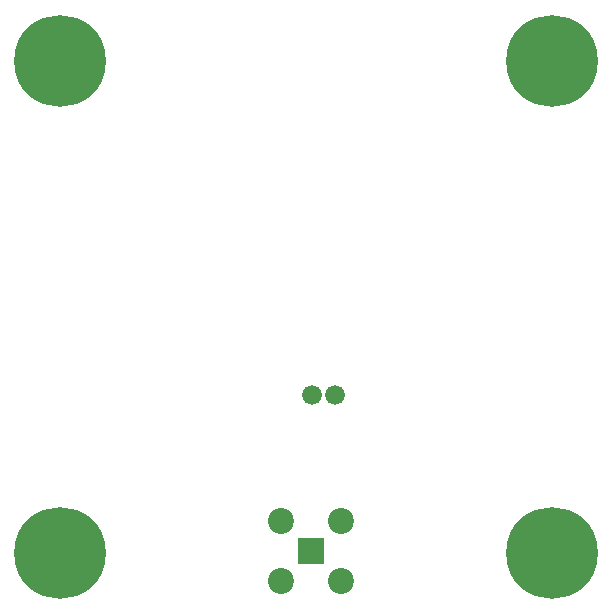
<source format=gbs>
G04*
G04 #@! TF.GenerationSoftware,Altium Limited,Altium Designer,23.6.0 (18)*
G04*
G04 Layer_Color=16711935*
%FSLAX25Y25*%
%MOIN*%
G70*
G04*
G04 #@! TF.SameCoordinates,22C025B0-BAA2-4450-BC7D-CF48B3E84608*
G04*
G04*
G04 #@! TF.FilePolarity,Negative*
G04*
G01*
G75*
%ADD15C,0.30591*%
%ADD16C,0.06591*%
%ADD17R,0.08661X0.08661*%
%ADD18C,0.08661*%
D15*
X18000Y182000D02*
D03*
X182000D02*
D03*
X18000Y18000D02*
D03*
X182000D02*
D03*
D16*
X109500Y70500D02*
D03*
X102000D02*
D03*
D17*
X101500Y18500D02*
D03*
D18*
X91500Y8500D02*
D03*
X111500D02*
D03*
Y28500D02*
D03*
X91500D02*
D03*
M02*

</source>
